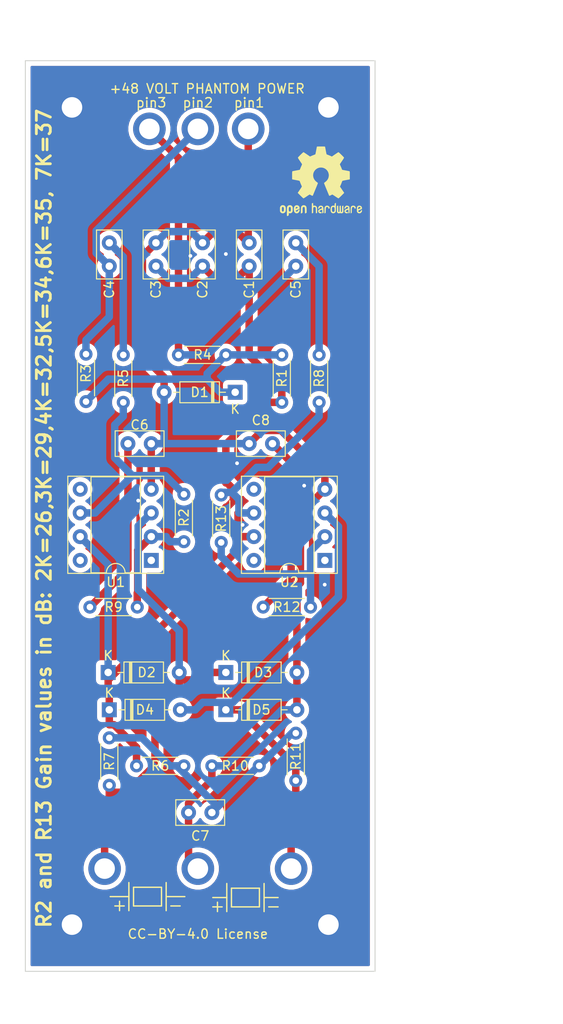
<source format=kicad_pcb>
(kicad_pcb (version 20171130) (host pcbnew 5.1.10)
  (layers (0 F.Cu signal) (31 B.Cu signal) (34 B.Paste user) (35 F.Paste user) (36 B.SilkS user) (37 F.SilkS user) (38 B.Mask user) (39 F.Mask user) (44 Edge.Cuts user))
  (net 0 "")
  (net 1 "Net-(C6-Pad2)")
  (net 2 "Net-(D1-Pad1)")
  (net 3 V-)
  (net 4 VCC)
  (net 5 "Net-(C4-Pad2)")
  (net 6 "Net-(R2-Pad2)")
  (net 7 "Net-(R2-Pad1)")
  (net 8 "Net-(U1-Pad1)")
  (net 9 "Net-(U1-Pad5)")
  (net 10 "Net-(U1-Pad8)")
  (net 11 "Net-(U2-Pad1)")
  (net 12 Earth)
  (net 13 ind)
  (net 14 "Net-(R13-Pad1)")
  (net 15 "Net-(R12-Pad2)")
  (net 16 "Net-(U2-Pad8)")
  (net 17 "Net-(U2-Pad5)")
  (net 18 /2)
  (net 19 /3)
  (net 20 "Net-(D2-Pad2)")
  (net 21 "Net-(C5-Pad2)")
  (net 22 "Net-(C7-Pad1)")
  (net 23 "Net-(C8-Pad2)")
  (module Symbol:OSHW-Logo2_9.8x8mm_SilkScreen (layer F.Cu) (at 69.2 45.4)
    (fp_text reference REF** hide)
    (fp_text value OSHW-Logo2_9.8x8mm_SilkScreen hide)
  )
  (module MountingHole:MountingHole_2.2mm_M2_ISO7380_Pad (layer F.Cu) (at 46 119)
    (fp_text reference J1 hide)
    (fp_text value Conn_01x01_Female)
    (pad 1 thru_hole circle (at 0 0) (size 3.5 3.5) (drill 2.2) (layers *.Cu *.Mask) (net 20 "Net-(D2-Pad2)"))
  )
  (module MountingHole:MountingHole_2.2mm_M2_ISO7380_Pad (layer F.Cu) (at 56 119)
    (fp_text reference J11 hide)
    (fp_text value Conn_01x01_Female)
    (pad 1 thru_hole circle (at 0 0) (size 3.5 3.5) (drill 2.2) (layers *.Cu *.Mask) (net 3 V-))
  )
  (module MountingHole:MountingHole_2.2mm_M2_ISO7380_Pad (layer F.Cu) (at 66 119)
    (fp_text reference J10 hide)
    (fp_text value Conn_01x01_Female)
    (pad 1 thru_hole circle (at 0 0) (size 3.5 3.5) (drill 2.2) (layers *.Cu *.Mask) (net 13 ind))
  )
  (module Package_DIP:DIP-8_W7.62mm_Socket (layer F.Cu) (at 69.62 86 180)
    (fp_text reference U2 (at 3.81 -2.33) (layer F.SilkS))
    (fp_text value NE5534)
    (pad 8 thru_hole oval (at 7.62 0 180) (size 1.6 1.6) (drill 0.8) (layers *.Cu *.Mask) (net 16 "Net-(U2-Pad8)"))
    (pad 4 thru_hole oval (at 0 7.62 180) (size 1.6 1.6) (drill 0.8) (layers *.Cu *.Mask) (net 3 V-))
    (pad 7 thru_hole oval (at 7.62 2.54 180) (size 1.6 1.6) (drill 0.8) (layers *.Cu *.Mask) (net 4 VCC))
    (pad 3 thru_hole oval (at 0 5.08 180) (size 1.6 1.6) (drill 0.8) (layers *.Cu *.Mask) (net 13 ind))
    (pad 6 thru_hole oval (at 7.62 5.08 180) (size 1.6 1.6) (drill 0.8) (layers *.Cu *.Mask) (net 14 "Net-(R13-Pad1)"))
    (pad 2 thru_hole oval (at 0 2.54 180) (size 1.6 1.6) (drill 0.8) (layers *.Cu *.Mask) (net 15 "Net-(R12-Pad2)"))
    (pad 5 thru_hole oval (at 7.62 7.62 180) (size 1.6 1.6) (drill 0.8) (layers *.Cu *.Mask) (net 17 "Net-(U2-Pad5)"))
    (pad 1 thru_hole rect (at 0 0 180) (size 1.6 1.6) (drill 0.8) (layers *.Cu *.Mask) (net 11 "Net-(U2-Pad1)"))
  )
  (module Capacitor_THT:C_Disc_D5.0mm_W2.5mm_P2.50mm (layer F.Cu) (at 61.5 54.5 90)
    (fp_text reference C1 (at -2.5 0 90) (layer F.SilkS))
    (fp_text value 0.1uF)
    (pad 2 thru_hole circle (at 2.5 0 90) (size 1.6 1.6) (drill 0.8) (layers *.Cu *.Mask) (net 3 V-))
    (pad 1 thru_hole circle (at 0 0 90) (size 1.6 1.6) (drill 0.8) (layers *.Cu *.Mask) (net 4 VCC))
  )
  (module Capacitor_THT:C_Disc_D5.0mm_W2.5mm_P2.50mm (layer F.Cu) (at 56.5 54.5 90)
    (fp_text reference C2 (at -2.5 0 90) (layer F.SilkS))
    (fp_text value 10uF)
    (pad 1 thru_hole circle (at 0 0 90) (size 1.6 1.6) (drill 0.8) (layers *.Cu *.Mask) (net 4 VCC))
    (pad 2 thru_hole circle (at 2.5 0 90) (size 1.6 1.6) (drill 0.8) (layers *.Cu *.Mask) (net 3 V-))
  )
  (module Capacitor_THT:C_Disc_D5.0mm_W2.5mm_P2.50mm (layer F.Cu) (at 51.5 54.5 90)
    (fp_text reference C3 (at -2.5 0 90) (layer F.SilkS))
    (fp_text value 33uF)
    (pad 2 thru_hole circle (at 2.5 0 90) (size 1.6 1.6) (drill 0.8) (layers *.Cu *.Mask) (net 3 V-))
    (pad 1 thru_hole circle (at 0 0 90) (size 1.6 1.6) (drill 0.8) (layers *.Cu *.Mask) (net 4 VCC))
  )
  (module Capacitor_THT:C_Disc_D5.0mm_W2.5mm_P2.50mm (layer F.Cu) (at 46.5 54.5 90)
    (fp_text reference C4 (at -2.5 0 90) (layer F.SilkS))
    (fp_text value 10uF)
    (pad 1 thru_hole circle (at 0 0 90) (size 1.6 1.6) (drill 0.8) (layers *.Cu *.Mask) (net 18 /2))
    (pad 2 thru_hole circle (at 2.5 0 90) (size 1.6 1.6) (drill 0.8) (layers *.Cu *.Mask) (net 5 "Net-(C4-Pad2)"))
  )
  (module Capacitor_THT:C_Disc_D5.0mm_W2.5mm_P2.50mm (layer F.Cu) (at 51 73.5 180)
    (fp_text reference C6 (at 1.25 2) (layer F.SilkS))
    (fp_text value 47uF)
    (pad 1 thru_hole circle (at 0 0 180) (size 1.6 1.6) (drill 0.8) (layers *.Cu *.Mask) (net 3 V-))
    (pad 2 thru_hole circle (at 2.5 0 180) (size 1.6 1.6) (drill 0.8) (layers *.Cu *.Mask) (net 1 "Net-(C6-Pad2)"))
  )
  (module Capacitor_THT:C_Disc_D5.0mm_W2.5mm_P2.50mm (layer F.Cu) (at 66.5 54.5 90)
    (fp_text reference C5 (at -2.5 0 90) (layer F.SilkS))
    (fp_text value 10uF)
    (pad 2 thru_hole circle (at 2.5 0 90) (size 1.6 1.6) (drill 0.8) (layers *.Cu *.Mask) (net 21 "Net-(C5-Pad2)"))
    (pad 1 thru_hole circle (at 0 0 90) (size 1.6 1.6) (drill 0.8) (layers *.Cu *.Mask) (net 19 /3))
  )
  (module Capacitor_THT:C_Disc_D5.0mm_W2.5mm_P2.50mm (layer F.Cu) (at 57.5 113 180)
    (fp_text reference C7 (at 1.25 -2.5) (layer F.SilkS))
    (fp_text value 10uF)
    (pad 1 thru_hole circle (at 0 0 180) (size 1.6 1.6) (drill 0.8) (layers *.Cu *.Mask) (net 22 "Net-(C7-Pad1)"))
    (pad 2 thru_hole circle (at 2.5 0 180) (size 1.6 1.6) (drill 0.8) (layers *.Cu *.Mask) (net 3 V-))
  )
  (module Diode_THT:D_DO-35_SOD27_P7.62mm_Horizontal (layer F.Cu) (at 60 68 180)
    (fp_text reference D1 (at 3.81 0) (layer F.SilkS))
    (fp_text value "1N4746A (18V)")
    (fp_text user K (at 0 -1.8) (layer F.SilkS))
    (pad 2 thru_hole oval (at 7.62 0 180) (size 1.6 1.6) (drill 0.8) (layers *.Cu *.Mask) (net 3 V-))
    (pad 1 thru_hole rect (at 0 0 180) (size 1.6 1.6) (drill 0.8) (layers *.Cu *.Mask) (net 2 "Net-(D1-Pad1)"))
  )
  (module Diode_THT:D_DO-35_SOD27_P7.62mm_Horizontal (layer F.Cu) (at 46.38 98)
    (fp_text reference D2 (at 4.12 0) (layer F.SilkS))
    (fp_text value 1N4148)
    (fp_text user K (at 0 -1.8) (layer F.SilkS))
    (pad 1 thru_hole rect (at 0 0) (size 1.6 1.6) (drill 0.8) (layers *.Cu *.Mask) (net 4 VCC))
    (pad 2 thru_hole oval (at 7.62 0) (size 1.6 1.6) (drill 0.8) (layers *.Cu *.Mask) (net 20 "Net-(D2-Pad2)"))
  )
  (module Diode_THT:D_DO-35_SOD27_P7.62mm_Horizontal (layer F.Cu) (at 59 98)
    (fp_text reference D3 (at 4 0) (layer F.SilkS))
    (fp_text value 1N4148)
    (fp_text user K (at 0 -1.8) (layer F.SilkS))
    (pad 1 thru_hole rect (at 0 0) (size 1.6 1.6) (drill 0.8) (layers *.Cu *.Mask) (net 20 "Net-(D2-Pad2)"))
    (pad 2 thru_hole oval (at 7.62 0) (size 1.6 1.6) (drill 0.8) (layers *.Cu *.Mask) (net 3 V-))
  )
  (module MountingHole:MountingHole_2.2mm_M2_ISO7380_Pad (layer F.Cu) (at 42.5 125)
    (fp_text reference J6 hide)
    (fp_text value Conn_01x01_Female)
    (pad 1 thru_hole circle (at 0 0) (size 3.5 3.5) (drill 2.2) (layers *.Cu *.Mask) (net 12 Earth))
  )
  (module MountingHole:MountingHole_2.2mm_M2_ISO7380_Pad (layer F.Cu) (at 70 37.5)
    (fp_text reference J7 hide)
    (fp_text value Conn_01x01_Female)
    (pad 1 thru_hole circle (at 0 0) (size 3.5 3.5) (drill 2.2) (layers *.Cu *.Mask) (net 12 Earth))
  )
  (module MountingHole:MountingHole_2.2mm_M2_ISO7380_Pad (layer F.Cu) (at 42.5 37.5)
    (fp_text reference J8 hide)
    (fp_text value Conn_01x01_Female)
    (pad 1 thru_hole circle (at 0 0) (size 3.5 3.5) (drill 2.2) (layers *.Cu *.Mask) (net 12 Earth))
  )
  (module MountingHole:MountingHole_2.2mm_M2_ISO7380_Pad (layer F.Cu) (at 70 125)
    (fp_text reference J9 hide)
    (fp_text value Conn_01x01_Female)
    (pad 1 thru_hole circle (at 0 0) (size 3.5 3.5) (drill 2.2) (layers *.Cu *.Mask) (net 12 Earth))
  )
  (module Resistor_THT:R_Axial_DIN0204_L3.6mm_D1.6mm_P5.08mm_Horizontal (layer F.Cu) (at 65 64 270)
    (fp_text reference R1 (at 2.5 0 90) (layer F.SilkS))
    (fp_text value 100)
    (pad 2 thru_hole oval (at 5.08 0 270) (size 1.4 1.4) (drill 0.7) (layers *.Cu *.Mask) (net 4 VCC))
    (pad 1 thru_hole circle (at 0 0 270) (size 1.4 1.4) (drill 0.7) (layers *.Cu *.Mask) (net 2 "Net-(D1-Pad1)"))
  )
  (module Resistor_THT:R_Axial_DIN0204_L3.6mm_D1.6mm_P5.08mm_Horizontal (layer F.Cu) (at 54.5 78.92 270)
    (fp_text reference R2 (at 2.5 0 90) (layer F.SilkS))
    (fp_text value 4K)
    (pad 2 thru_hole oval (at 5.08 0 270) (size 1.4 1.4) (drill 0.7) (layers *.Cu *.Mask) (net 6 "Net-(R2-Pad2)"))
    (pad 1 thru_hole circle (at 0 0 270) (size 1.4 1.4) (drill 0.7) (layers *.Cu *.Mask) (net 7 "Net-(R2-Pad1)"))
  )
  (module Resistor_THT:R_Axial_DIN0204_L3.6mm_D1.6mm_P5.08mm_Horizontal (layer F.Cu) (at 44 69 90)
    (fp_text reference R3 (at 3 0 90) (layer F.SilkS))
    (fp_text value 4.7K)
    (pad 1 thru_hole circle (at 0 0 90) (size 1.4 1.4) (drill 0.7) (layers *.Cu *.Mask) (net 2 "Net-(D1-Pad1)"))
    (pad 2 thru_hole oval (at 5.08 0 90) (size 1.4 1.4) (drill 0.7) (layers *.Cu *.Mask) (net 18 /2))
  )
  (module Resistor_THT:R_Axial_DIN0204_L3.6mm_D1.6mm_P5.08mm_Horizontal (layer F.Cu) (at 59 64 180)
    (fp_text reference R4 (at 2.5 0) (layer F.SilkS))
    (fp_text value 4.7K)
    (pad 2 thru_hole oval (at 5.08 0 180) (size 1.4 1.4) (drill 0.7) (layers *.Cu *.Mask) (net 19 /3))
    (pad 1 thru_hole circle (at 0 0 180) (size 1.4 1.4) (drill 0.7) (layers *.Cu *.Mask) (net 2 "Net-(D1-Pad1)"))
  )
  (module Resistor_THT:R_Axial_DIN0204_L3.6mm_D1.6mm_P5.08mm_Horizontal (layer F.Cu) (at 48 64 270)
    (fp_text reference R5 (at 2.5 0 90) (layer F.SilkS))
    (fp_text value 470)
    (pad 1 thru_hole circle (at 0 0 270) (size 1.4 1.4) (drill 0.7) (layers *.Cu *.Mask) (net 5 "Net-(C4-Pad2)"))
    (pad 2 thru_hole oval (at 5.08 0 270) (size 1.4 1.4) (drill 0.7) (layers *.Cu *.Mask) (net 7 "Net-(R2-Pad1)"))
  )
  (module Resistor_THT:R_Axial_DIN0204_L3.6mm_D1.6mm_P5.08mm_Horizontal (layer F.Cu) (at 49.42 108)
    (fp_text reference R6 (at 2.54 0) (layer F.SilkS))
    (fp_text value 56K)
    (pad 2 thru_hole oval (at 5.08 0) (size 1.4 1.4) (drill 0.7) (layers *.Cu *.Mask) (net 22 "Net-(C7-Pad1)"))
    (pad 1 thru_hole circle (at 0 0) (size 1.4 1.4) (drill 0.7) (layers *.Cu *.Mask) (net 4 VCC))
  )
  (module Resistor_THT:R_Axial_DIN0204_L3.6mm_D1.6mm_P5.08mm_Horizontal (layer F.Cu) (at 46.5 105 270)
    (fp_text reference R7 (at 2.54 0 90) (layer F.SilkS))
    (fp_text value 1M)
    (pad 2 thru_hole oval (at 5.08 0 270) (size 1.4 1.4) (drill 0.7) (layers *.Cu *.Mask) (net 20 "Net-(D2-Pad2)"))
    (pad 1 thru_hole circle (at 0 0 270) (size 1.4 1.4) (drill 0.7) (layers *.Cu *.Mask) (net 22 "Net-(C7-Pad1)"))
  )
  (module Resistor_THT:R_Axial_DIN0204_L3.6mm_D1.6mm_P5.08mm_Horizontal (layer F.Cu) (at 69 64 270)
    (fp_text reference R8 (at 2.5 0 90) (layer F.SilkS))
    (fp_text value 470)
    (pad 1 thru_hole circle (at 0 0 270) (size 1.4 1.4) (drill 0.7) (layers *.Cu *.Mask) (net 21 "Net-(C5-Pad2)"))
    (pad 2 thru_hole oval (at 5.08 0 270) (size 1.4 1.4) (drill 0.7) (layers *.Cu *.Mask) (net 14 "Net-(R13-Pad1)"))
  )
  (module Resistor_THT:R_Axial_DIN0204_L3.6mm_D1.6mm_P5.08mm_Horizontal (layer F.Cu) (at 44.42 91)
    (fp_text reference R9 (at 2.54 0) (layer F.SilkS))
    (fp_text value 100)
    (pad 1 thru_hole circle (at 0 0) (size 1.4 1.4) (drill 0.7) (layers *.Cu *.Mask) (net 1 "Net-(C6-Pad2)"))
    (pad 2 thru_hole oval (at 5.08 0) (size 1.4 1.4) (drill 0.7) (layers *.Cu *.Mask) (net 6 "Net-(R2-Pad2)"))
  )
  (module Resistor_THT:R_Axial_DIN0204_L3.6mm_D1.6mm_P5.08mm_Horizontal (layer F.Cu) (at 62.58 108 180)
    (fp_text reference R10 (at 2.58 0) (layer F.SilkS))
    (fp_text value 56K)
    (pad 1 thru_hole circle (at 0 0 180) (size 1.4 1.4) (drill 0.7) (layers *.Cu *.Mask) (net 22 "Net-(C7-Pad1)"))
    (pad 2 thru_hole oval (at 5.08 0 180) (size 1.4 1.4) (drill 0.7) (layers *.Cu *.Mask) (net 3 V-))
  )
  (module Package_DIP:DIP-8_W7.62mm_Socket (layer F.Cu) (at 51 86 180)
    (fp_text reference U1 (at 3.81 -2.33) (layer F.SilkS))
    (fp_text value NE5534)
    (pad 1 thru_hole rect (at 0 0 180) (size 1.6 1.6) (drill 0.8) (layers *.Cu *.Mask) (net 8 "Net-(U1-Pad1)"))
    (pad 5 thru_hole oval (at 7.62 7.62 180) (size 1.6 1.6) (drill 0.8) (layers *.Cu *.Mask) (net 9 "Net-(U1-Pad5)"))
    (pad 2 thru_hole oval (at 0 2.54 180) (size 1.6 1.6) (drill 0.8) (layers *.Cu *.Mask) (net 6 "Net-(R2-Pad2)"))
    (pad 6 thru_hole oval (at 7.62 5.08 180) (size 1.6 1.6) (drill 0.8) (layers *.Cu *.Mask) (net 7 "Net-(R2-Pad1)"))
    (pad 3 thru_hole oval (at 0 5.08 180) (size 1.6 1.6) (drill 0.8) (layers *.Cu *.Mask) (net 20 "Net-(D2-Pad2)"))
    (pad 7 thru_hole oval (at 7.62 2.54 180) (size 1.6 1.6) (drill 0.8) (layers *.Cu *.Mask) (net 4 VCC))
    (pad 4 thru_hole oval (at 0 7.62 180) (size 1.6 1.6) (drill 0.8) (layers *.Cu *.Mask) (net 3 V-))
    (pad 8 thru_hole oval (at 7.62 0 180) (size 1.6 1.6) (drill 0.8) (layers *.Cu *.Mask) (net 10 "Net-(U1-Pad8)"))
  )
  (module Capacitor_THT:C_Disc_D5.0mm_W2.5mm_P2.50mm (layer F.Cu) (at 61.5 73.5)
    (fp_text reference C8 (at 1.25 -2.5) (layer F.SilkS))
    (fp_text value 47uF)
    (pad 1 thru_hole circle (at 0 0) (size 1.6 1.6) (drill 0.8) (layers *.Cu *.Mask) (net 3 V-))
    (pad 2 thru_hole circle (at 2.5 0) (size 1.6 1.6) (drill 0.8) (layers *.Cu *.Mask) (net 23 "Net-(C8-Pad2)"))
  )
  (module Diode_THT:D_DO-35_SOD27_P7.62mm_Horizontal (layer F.Cu) (at 46.5 102)
    (fp_text reference D4 (at 3.81 0) (layer F.SilkS))
    (fp_text value 1N4148)
    (fp_text user K (at 0 -1.8) (layer F.SilkS))
    (pad 2 thru_hole oval (at 7.62 0) (size 1.6 1.6) (drill 0.8) (layers *.Cu *.Mask) (net 13 ind))
    (pad 1 thru_hole rect (at 0 0) (size 1.6 1.6) (drill 0.8) (layers *.Cu *.Mask) (net 4 VCC))
  )
  (module Diode_THT:D_DO-35_SOD27_P7.62mm_Horizontal (layer F.Cu) (at 59 102)
    (fp_text reference D5 (at 3.81 0) (layer F.SilkS))
    (fp_text value 1N4148)
    (fp_text user K (at 0 -1.8) (layer F.SilkS))
    (pad 1 thru_hole rect (at 0 0) (size 1.6 1.6) (drill 0.8) (layers *.Cu *.Mask) (net 13 ind))
    (pad 2 thru_hole oval (at 7.62 0) (size 1.6 1.6) (drill 0.8) (layers *.Cu *.Mask) (net 3 V-))
  )
  (module Resistor_THT:R_Axial_DIN0204_L3.6mm_D1.6mm_P5.08mm_Horizontal (layer F.Cu) (at 66.5 104.5 270)
    (fp_text reference R11 (at 2.5 0 90) (layer F.SilkS))
    (fp_text value 1M)
    (pad 1 thru_hole circle (at 0 0 270) (size 1.4 1.4) (drill 0.7) (layers *.Cu *.Mask) (net 22 "Net-(C7-Pad1)"))
    (pad 2 thru_hole oval (at 5.08 0 270) (size 1.4 1.4) (drill 0.7) (layers *.Cu *.Mask) (net 13 ind))
  )
  (module Resistor_THT:R_Axial_DIN0204_L3.6mm_D1.6mm_P5.08mm_Horizontal (layer F.Cu) (at 63 91)
    (fp_text reference R12 (at 2.54 0) (layer F.SilkS))
    (fp_text value 100)
    (pad 1 thru_hole circle (at 0 0) (size 1.4 1.4) (drill 0.7) (layers *.Cu *.Mask) (net 23 "Net-(C8-Pad2)"))
    (pad 2 thru_hole oval (at 5.08 0) (size 1.4 1.4) (drill 0.7) (layers *.Cu *.Mask) (net 15 "Net-(R12-Pad2)"))
  )
  (module Resistor_THT:R_Axial_DIN0204_L3.6mm_D1.6mm_P5.08mm_Horizontal (layer F.Cu) (at 58.5 79 270)
    (fp_text reference R13 (at 2.54 0 90) (layer F.SilkS))
    (fp_text value 4K)
    (pad 2 thru_hole oval (at 5.08 0 270) (size 1.4 1.4) (drill 0.7) (layers *.Cu *.Mask) (net 15 "Net-(R12-Pad2)"))
    (pad 1 thru_hole circle (at 0 0 270) (size 1.4 1.4) (drill 0.7) (layers *.Cu *.Mask) (net 14 "Net-(R13-Pad1)"))
  )
  (module MountingHole:MountingHole_2.2mm_M2_ISO7380_Pad (layer F.Cu) (at 56 39.8)
    (fp_text reference J2 hide)
    (fp_text value Conn_01x01_Female)
    (pad 1 thru_hole circle (at 0 0) (size 3.5 3.5) (drill 2.2) (layers *.Cu *.Mask) (net 18 /2))
  )
  (module MountingHole:MountingHole_2.2mm_M2_ISO7380_Pad (layer F.Cu) (at 50.8 39.8)
    (fp_text reference J3 hide)
    (fp_text value Conn_01x01_Female)
    (pad 1 thru_hole circle (at 0 0) (size 3.5 3.5) (drill 2.2) (layers *.Cu *.Mask) (net 19 /3))
  )
  (module MountingHole:MountingHole_2.2mm_M2_ISO7380_Pad (layer F.Cu) (at 61.4 39.8)
    (fp_text reference J4 hide)
    (fp_text value Conn_01x01_Female)
    (pad 1 thru_hole circle (at 0 0) (size 3.5 3.5) (drill 2.2) (layers *.Cu *.Mask) (net 3 V-))
  )
  (gr_line (start 63.6 123.1) (end 64.6 123.1) (layer F.SilkS) (width 0.15))
  (gr_line (start 53.1 123) (end 54.1 123) (layer F.SilkS) (width 0.15))
  (gr_text pin1 (at 61.5 37) (layer F.SilkS) (effects (font (size 1 1))))
  (gr_text pin2 (at 56 37) (layer F.SilkS) (effects (font (size 1 1))))
  (gr_text pin3 (at 51 37) (layer F.SilkS) (effects (font (size 1 1))))
  (gr_line (start 63.1 122.1) (end 64.6 122.1) (layer F.SilkS) (width 0.15))
  (gr_line (start 59.1 122.1) (end 57.6 122.1) (layer F.SilkS) (width 0.15))
  (gr_line (start 52.6 122) (end 54.6 122) (layer F.SilkS) (width 0.15))
  (gr_line (start 48.6 122) (end 46.6 122) (layer F.SilkS) (width 0.15))
  (gr_line (start 57.6 123.1) (end 58.6 123.1) (layer F.SilkS) (width 0.15))
  (gr_line (start 63.1 120.6) (end 63.1 123.6) (layer F.SilkS) (width 0.15))
  (gr_line (start 59.6 123.1) (end 59.6 121.1) (layer F.SilkS) (width 0.15))
  (gr_line (start 62.6 121.1) (end 62.6 123.1) (layer F.SilkS) (width 0.15))
  (gr_line (start 59.6 121.1) (end 62.6 121.1) (layer F.SilkS) (width 0.15))
  (gr_line (start 58.1 122.6) (end 58.1 123.6) (layer F.SilkS) (width 0.15))
  (gr_line (start 59.1 120.6) (end 59.1 123.6) (layer F.SilkS) (width 0.15))
  (gr_line (start 59.6 123.1) (end 62.6 123.1) (layer F.SilkS) (width 0.15))
  (gr_line (start 47.6 122.5) (end 47.6 123.5) (layer F.SilkS) (width 0.15))
  (gr_line (start 47.1 123) (end 48.1 123) (layer F.SilkS) (width 0.15))
  (gr_line (start 52.6 120.5) (end 52.6 123.5) (layer F.SilkS) (width 0.15))
  (gr_line (start 49.1 123) (end 52.1 123) (layer F.SilkS) (width 0.15))
  (gr_line (start 52.1 121) (end 52.1 123) (layer F.SilkS) (width 0.15))
  (gr_line (start 49.1 121) (end 52.1 121) (layer F.SilkS) (width 0.15))
  (gr_line (start 49.1 123) (end 49.1 121) (layer F.SilkS) (width 0.15))
  (gr_line (start 48.6 120.5) (end 48.6 123.5) (layer F.SilkS) (width 0.15))
  (gr_line (start 37.5 130) (end 37.5 32.5) (layer Edge.Cuts) (width 0.1))
  (gr_line (start 75 130) (end 37.5 130) (layer Edge.Cuts) (width 0.1))
  (gr_line (start 75 32.5) (end 75 130) (layer Edge.Cuts) (width 0.1))
  (gr_line (start 37.5 32.5) (end 75 32.5) (layer Edge.Cuts) (width 0.1))
  (gr_text " CC-BY-4.0 License " (at 56 126) (layer F.SilkS) (effects (font (size 1 1))))
  (gr_text "R2 and R13 Gain values in dB: 2K=26,3K=29,4K=32,5K=34,6K=35, 7K=37" (at 39.5 81.5 90) (layer F.SilkS) (effects (font (size 1.5 1.5) (thickness 0.3))))
  (gr_text "+48 VOLT PHANTOM POWER" (at 57 35.5) (layer F.SilkS) (effects (font (size 1 1))))
  (segment (start 44.42 91) (end 48.5 86.92) (width 0.8) (layer F.Cu) (net 1))
  (segment (start 48.5 86.92) (end 48.5 73.5) (width 0.8) (layer F.Cu) (net 1))
  (segment (start 69 64) (end 69 54.5) (width 0.8) (layer B.Cu) (net 21))
  (segment (start 69 54.5) (end 66.5 52) (width 0.8) (layer B.Cu) (net 21))
  (segment (start 56.9919 66.5919) (end 58.4 68) (width 0.8) (layer B.Cu) (net 2))
  (segment (start 44 69) (end 46.4081 66.5919) (width 0.8) (layer B.Cu) (net 2))
  (segment (start 46.4081 66.5919) (end 56.9919 66.5919) (width 0.8) (layer B.Cu) (net 2))
  (segment (start 56.9919 66.5919) (end 56.9919 66.0081) (width 0.8) (layer B.Cu) (net 2))
  (segment (start 56.9919 66.0081) (end 59 64) (width 0.8) (layer B.Cu) (net 2))
  (segment (start 60 68) (end 58.4 68) (width 0.8) (layer B.Cu) (net 2))
  (segment (start 65 64) (end 59 64) (width 0.8) (layer B.Cu) (net 2))
  (segment (start 69.62 78.38) (end 69.62 76.78) (width 0.8) (layer F.Cu) (net 3))
  (segment (start 61.5 73.5) (end 62.9104 72.0896) (width 0.8) (layer F.Cu) (net 3))
  (segment (start 62.9104 72.0896) (end 64.9296 72.0896) (width 0.8) (layer F.Cu) (net 3))
  (segment (start 64.9296 72.0896) (end 69.62 76.78) (width 0.8) (layer F.Cu) (net 3))
  (segment (start 52.38 73.5) (end 61.5 73.5) (width 0.8) (layer B.Cu) (net 3))
  (segment (start 51 73.5) (end 52.38 73.5) (width 0.8) (layer B.Cu) (net 3))
  (segment (start 52.38 73.5) (end 52.38 69.6) (width 0.8) (layer B.Cu) (net 3))
  (segment (start 52.38 68) (end 52.38 69.6) (width 0.8) (layer B.Cu) (net 3))
  (segment (start 66.62 102) (end 66.62 98) (width 0.8) (layer F.Cu) (net 3))
  (segment (start 55 113) (end 55 118) (width 0.8) (layer F.Cu) (net 3))
  (segment (start 55 118) (end 56 119) (width 0.8) (layer F.Cu) (net 3))
  (segment (start 57.5 109.5) (end 55 112) (width 0.8) (layer F.Cu) (net 3))
  (segment (start 55 112) (end 55 113) (width 0.8) (layer F.Cu) (net 3))
  (segment (start 66.62 102) (end 65.02 102) (width 0.8) (layer B.Cu) (net 3))
  (segment (start 65.02 102) (end 59.02 108) (width 0.8) (layer B.Cu) (net 3))
  (segment (start 59.02 108) (end 57.5 108) (width 0.8) (layer B.Cu) (net 3))
  (segment (start 52.38 68) (end 52.38 66.4) (width 0.8) (layer F.Cu) (net 3))
  (segment (start 52.38 66.4) (end 50.0502 64.0702) (width 0.8) (layer F.Cu) (net 3))
  (segment (start 50.0502 64.0702) (end 50.0502 53.4498) (width 0.8) (layer F.Cu) (net 3))
  (segment (start 50.0502 53.4498) (end 51.5 52) (width 0.8) (layer F.Cu) (net 3))
  (segment (start 57.5 108) (end 57.5 109.5) (width 0.8) (layer F.Cu) (net 3))
  (segment (start 61.4 52) (end 61.5 52) (width 0.8) (layer F.Cu) (net 3))
  (segment (start 61.4 52) (end 61.4 39.8) (width 0.8) (layer F.Cu) (net 3))
  (segment (start 51 78.38) (end 51 73.5) (width 0.8) (layer F.Cu) (net 3))
  (segment (start 52.7 50.8) (end 51.5 52) (width 0.8) (layer B.Cu) (net 3))
  (segment (start 55.3 50.8) (end 52.7 50.8) (width 0.8) (layer B.Cu) (net 3))
  (segment (start 56.5 52) (end 55.3 50.8) (width 0.8) (layer B.Cu) (net 3))
  (segment (start 60.2 50.8) (end 61.4 52) (width 0.8) (layer F.Cu) (net 3))
  (segment (start 57.7 50.8) (end 60.2 50.8) (width 0.8) (layer F.Cu) (net 3))
  (segment (start 56.5 52) (end 57.7 50.8) (width 0.8) (layer F.Cu) (net 3))
  (segment (start 66.62 88.794229) (end 67.000011 88.414218) (width 0.8) (layer F.Cu) (net 3))
  (segment (start 66.62 98) (end 66.62 88.794229) (width 0.8) (layer F.Cu) (net 3))
  (segment (start 67.000011 80.999989) (end 69.62 78.38) (width 0.8) (layer F.Cu) (net 3))
  (segment (start 67.000011 88.414218) (end 67.000011 80.999989) (width 0.8) (layer F.Cu) (net 3))
  (segment (start 65 69.08) (end 65 68.33) (width 0.8) (layer F.Cu) (net 4))
  (segment (start 62 83.46) (end 60.4 83.46) (width 0.8) (layer F.Cu) (net 4))
  (segment (start 46.38 98.8) (end 60.4 84.78) (width 0.8) (layer F.Cu) (net 4))
  (segment (start 60.4 84.78) (end 60.4 83.46) (width 0.8) (layer F.Cu) (net 4))
  (segment (start 46.38 98.8) (end 46.38 99.6) (width 0.8) (layer F.Cu) (net 4))
  (segment (start 46.38 98) (end 46.38 98.8) (width 0.8) (layer F.Cu) (net 4))
  (segment (start 46.38 99.6) (end 46.5 99.72) (width 0.8) (layer F.Cu) (net 4))
  (segment (start 46.5 99.72) (end 46.5 102) (width 0.8) (layer F.Cu) (net 4))
  (segment (start 65 68.33) (end 65 67.58) (width 0.8) (layer F.Cu) (net 4))
  (segment (start 46.5 102) (end 46.5 103.6) (width 0.8) (layer F.Cu) (net 4))
  (segment (start 46.5 103.6) (end 47 103.6) (width 0.8) (layer F.Cu) (net 4))
  (segment (start 47 103.6) (end 49.42 106.02) (width 0.8) (layer F.Cu) (net 4))
  (segment (start 49.42 106.02) (end 49.42 108) (width 0.8) (layer F.Cu) (net 4))
  (segment (start 43.38 83.46) (end 46.38 86.46) (width 0.8) (layer B.Cu) (net 4))
  (segment (start 46.38 86.46) (end 46.38 98) (width 0.8) (layer B.Cu) (net 4))
  (segment (start 65 67.58) (end 61.5 64.08) (width 0.8) (layer F.Cu) (net 4))
  (segment (start 61.5 64.08) (end 61.5 54.5) (width 0.8) (layer F.Cu) (net 4))
  (segment (start 55.2 55.8) (end 52.8 55.8) (width 0.8) (layer B.Cu) (net 4))
  (segment (start 52.8 55.8) (end 51.5 54.5) (width 0.8) (layer B.Cu) (net 4))
  (segment (start 56.5 54.5) (end 55.2 55.8) (width 0.8) (layer B.Cu) (net 4))
  (segment (start 60.4 55.6) (end 61.5 54.5) (width 0.8) (layer F.Cu) (net 4))
  (segment (start 57.6 55.6) (end 60.4 55.6) (width 0.8) (layer F.Cu) (net 4))
  (segment (start 56.5 54.5) (end 57.6 55.6) (width 0.8) (layer F.Cu) (net 4))
  (segment (start 59 82.06) (end 60.4 83.46) (width 0.8) (layer F.Cu) (net 4))
  (segment (start 59 80.300001) (end 59 82.06) (width 0.8) (layer F.Cu) (net 4))
  (segment (start 59.124001 80.300001) (end 59 80.300001) (width 0.8) (layer F.Cu) (net 4))
  (segment (start 59.800001 79.624001) (end 59.124001 80.300001) (width 0.8) (layer F.Cu) (net 4))
  (segment (start 59.124001 77.699999) (end 59.800001 78.375999) (width 0.8) (layer F.Cu) (net 4))
  (segment (start 59.800001 78.375999) (end 59.800001 79.624001) (width 0.8) (layer F.Cu) (net 4))
  (segment (start 59 77.699999) (end 59.124001 77.699999) (width 0.8) (layer F.Cu) (net 4))
  (segment (start 59 73.58) (end 59 77.699999) (width 0.8) (layer F.Cu) (net 4))
  (segment (start 63.5 69.08) (end 59 73.58) (width 0.8) (layer F.Cu) (net 4))
  (segment (start 65 69.08) (end 63.5 69.08) (width 0.8) (layer F.Cu) (net 4))
  (segment (start 48 64) (end 48 53.5) (width 0.8) (layer B.Cu) (net 5))
  (segment (start 48 53.5) (end 46.5 52) (width 0.8) (layer B.Cu) (net 5))
  (segment (start 58.125 112.375) (end 57.5 113) (width 0.8) (layer B.Cu) (net 22))
  (segment (start 62.58 108) (end 62.5 108) (width 0.8) (layer B.Cu) (net 22))
  (segment (start 62.5 108) (end 58.125 112.375) (width 0.8) (layer B.Cu) (net 22))
  (segment (start 53.75 108) (end 58.125 112.375) (width 0.8) (layer B.Cu) (net 22))
  (segment (start 53.75 108) (end 53 108) (width 0.8) (layer B.Cu) (net 22))
  (segment (start 54.5 108) (end 53.75 108) (width 0.8) (layer B.Cu) (net 22))
  (segment (start 66.5 104.5) (end 66.08 104.5) (width 0.8) (layer B.Cu) (net 22))
  (segment (start 66.08 104.5) (end 62.58 108) (width 0.8) (layer B.Cu) (net 22))
  (segment (start 46.5 105) (end 50 105) (width 0.8) (layer B.Cu) (net 22))
  (segment (start 50 105) (end 53 108) (width 0.8) (layer B.Cu) (net 22))
  (segment (start 49.5 91) (end 49.5 89.5) (width 0.8) (layer F.Cu) (net 6))
  (segment (start 51 83.46) (end 49.55 84.91) (width 0.8) (layer F.Cu) (net 6))
  (segment (start 49.55 84.91) (end 49.55 89.45) (width 0.8) (layer F.Cu) (net 6))
  (segment (start 49.55 89.45) (end 49.5 89.5) (width 0.8) (layer F.Cu) (net 6))
  (segment (start 51 83.46) (end 52.6 83.46) (width 0.8) (layer B.Cu) (net 6))
  (segment (start 54.5 84) (end 53 84) (width 0.8) (layer B.Cu) (net 6))
  (segment (start 52.6 83.46) (end 52.6 83.6) (width 0.8) (layer B.Cu) (net 6))
  (segment (start 52.6 83.6) (end 53 84) (width 0.8) (layer B.Cu) (net 6))
  (segment (start 48 69.08) (end 48 70.58) (width 0.8) (layer B.Cu) (net 7))
  (segment (start 48.9758 76.9242) (end 52.5042 76.9242) (width 0.8) (layer B.Cu) (net 7))
  (segment (start 52.5042 76.9242) (end 54.5 78.92) (width 0.8) (layer B.Cu) (net 7))
  (segment (start 44.98 80.92) (end 48.9758 76.9242) (width 0.8) (layer B.Cu) (net 7))
  (segment (start 48 70.58) (end 47.083 71.497) (width 0.8) (layer B.Cu) (net 7))
  (segment (start 47.083 71.497) (end 47.083 75.0314) (width 0.8) (layer B.Cu) (net 7))
  (segment (start 47.083 75.0314) (end 48.9758 76.9242) (width 0.8) (layer B.Cu) (net 7))
  (segment (start 43.38 80.92) (end 44.98 80.92) (width 0.8) (layer B.Cu) (net 7))
  (segment (start 70 37.5) (end 69.9476 37.4476) (width 0.8) (layer B.Cu) (net 12))
  (segment (start 42.5524 37.4476) (end 42.5 37.5) (width 0.8) (layer B.Cu) (net 12))
  (segment (start 70 125) (end 71.0212 123.9788) (width 0.8) (layer F.Cu) (net 12))
  (segment (start 71.0212 38.5212) (end 70 37.5) (width 0.8) (layer F.Cu) (net 12))
  (via (at 59 53.2) (size 0.8) (drill 0.4) (layers F.Cu B.Cu) (net 12))
  (via (at 69.6 88.6) (size 0.8) (drill 0.4) (layers F.Cu B.Cu) (net 12))
  (via (at 55.2 53.4) (size 0.8) (drill 0.4) (layers F.Cu B.Cu) (net 12))
  (via (at 60.2 75.6) (size 0.8) (drill 0.4) (layers F.Cu B.Cu) (net 12))
  (via (at 49.6 79.6) (size 0.8) (drill 0.4) (layers F.Cu B.Cu) (net 12))
  (via (at 67.4 78) (size 0.8) (drill 0.4) (layers F.Cu B.Cu) (net 12))
  (via (at 60.8 82.2) (size 0.8) (drill 0.4) (layers F.Cu B.Cu) (net 12))
  (segment (start 59 101.2) (end 59.7537 101.2) (width 0.8) (layer B.Cu) (net 13))
  (segment (start 59.7537 101.2) (end 71.0754 89.8783) (width 0.8) (layer B.Cu) (net 13))
  (segment (start 71.0754 89.8783) (end 71.0754 82.3754) (width 0.8) (layer B.Cu) (net 13))
  (segment (start 71.0754 82.3754) (end 69.62 80.92) (width 0.8) (layer B.Cu) (net 13))
  (segment (start 55.72 102) (end 56.52 101.2) (width 0.8) (layer B.Cu) (net 13))
  (segment (start 56.52 101.2) (end 59 101.2) (width 0.8) (layer B.Cu) (net 13))
  (segment (start 54.12 102) (end 55.72 102) (width 0.8) (layer B.Cu) (net 13))
  (segment (start 59 102) (end 59 101.2) (width 0.8) (layer B.Cu) (net 13))
  (segment (start 59 102) (end 60.6 102) (width 0.8) (layer F.Cu) (net 13))
  (segment (start 66.5 109.58) (end 66.5 108.08) (width 0.8) (layer F.Cu) (net 13))
  (segment (start 66.5 108.08) (end 60.6 102.18) (width 0.8) (layer F.Cu) (net 13))
  (segment (start 60.6 102.18) (end 60.6 102) (width 0.8) (layer F.Cu) (net 13))
  (segment (start 66.5 110.1842) (end 66.5 109.58) (width 0.8) (layer F.Cu) (net 13))
  (segment (start 66.5 110.1842) (end 66.5 111.08) (width 0.8) (layer F.Cu) (net 13))
  (segment (start 66.5 111.08) (end 66 111.58) (width 0.8) (layer F.Cu) (net 13))
  (segment (start 66 111.58) (end 66 119) (width 0.8) (layer F.Cu) (net 13))
  (segment (start 66 75.5) (end 64 73.5) (width 0.8) (layer F.Cu) (net 23))
  (segment (start 66 88) (end 66 75.5) (width 0.8) (layer F.Cu) (net 23))
  (segment (start 63 91) (end 66 88) (width 0.8) (layer F.Cu) (net 23))
  (segment (start 59.6424 78.7188) (end 60.4 79.4764) (width 0.8) (layer B.Cu) (net 14))
  (segment (start 60.4 79.4764) (end 60.4 80.92) (width 0.8) (layer B.Cu) (net 14))
  (segment (start 58.5 79) (end 58.7812 78.7188) (width 0.8) (layer B.Cu) (net 14))
  (segment (start 58.7812 78.7188) (end 59.6424 78.7188) (width 0.8) (layer B.Cu) (net 14))
  (segment (start 59.6424 78.7188) (end 62.316 76.0452) (width 0.8) (layer B.Cu) (net 14))
  (segment (start 62.316 76.0452) (end 63.5348 76.0452) (width 0.8) (layer B.Cu) (net 14))
  (segment (start 63.5348 76.0452) (end 69 70.58) (width 0.8) (layer B.Cu) (net 14))
  (segment (start 62 80.92) (end 60.4 80.92) (width 0.8) (layer B.Cu) (net 14))
  (segment (start 69 69.08) (end 69 70.58) (width 0.8) (layer B.Cu) (net 14))
  (segment (start 68.08 87.4558) (end 68.08 85) (width 0.8) (layer B.Cu) (net 15))
  (segment (start 68.08 85) (end 69.62 83.46) (width 0.8) (layer B.Cu) (net 15))
  (segment (start 68.08 91) (end 68.08 87.4558) (width 0.8) (layer B.Cu) (net 15))
  (segment (start 68.08 87.4558) (end 60.3758 87.4558) (width 0.8) (layer B.Cu) (net 15))
  (segment (start 60.3758 87.4558) (end 58.5 85.58) (width 0.8) (layer B.Cu) (net 15))
  (segment (start 58.5 84.08) (end 58.5 85.58) (width 0.8) (layer B.Cu) (net 15))
  (segment (start 46.5 54.5) (end 45.0954 53.0954) (width 0.8) (layer B.Cu) (net 18))
  (segment (start 45.0954 53.0954) (end 45.0954 50.7046) (width 0.8) (layer B.Cu) (net 18))
  (segment (start 45.0954 50.7046) (end 56 39.8) (width 0.8) (layer B.Cu) (net 18))
  (segment (start 46.5 54.5) (end 46.5 59.92) (width 0.8) (layer B.Cu) (net 18))
  (segment (start 46.5 59.92) (end 44 62.42) (width 0.8) (layer B.Cu) (net 18))
  (segment (start 44 63.92) (end 44 62.42) (width 0.8) (layer B.Cu) (net 18))
  (segment (start 53.92 64) (end 53.92 42.92) (width 0.8) (layer F.Cu) (net 19))
  (segment (start 53.92 42.92) (end 50.8 39.8) (width 0.8) (layer F.Cu) (net 19))
  (segment (start 53.92 64) (end 57 64) (width 0.8) (layer B.Cu) (net 19))
  (segment (start 57 64) (end 66.5 54.5) (width 0.8) (layer B.Cu) (net 19))
  (segment (start 59 98) (end 57.4 98) (width 0.8) (layer F.Cu) (net 20))
  (segment (start 54 98.8) (end 56.6 98.8) (width 0.8) (layer F.Cu) (net 20))
  (segment (start 56.6 98.8) (end 57.4 98) (width 0.8) (layer F.Cu) (net 20))
  (segment (start 54 98.8) (end 54 99.6) (width 0.8) (layer F.Cu) (net 20))
  (segment (start 54 98) (end 54 98.8) (width 0.8) (layer F.Cu) (net 20))
  (segment (start 46.5 110.83) (end 48.4666 110.83) (width 0.8) (layer F.Cu) (net 20))
  (segment (start 48.4666 110.83) (end 51.4004 107.8962) (width 0.8) (layer F.Cu) (net 20))
  (segment (start 51.4004 107.8962) (end 51.4004 102.1996) (width 0.8) (layer F.Cu) (net 20))
  (segment (start 51.4004 102.1996) (end 54 99.6) (width 0.8) (layer F.Cu) (net 20))
  (segment (start 46.5 110.83) (end 46.5 111.58) (width 0.8) (layer F.Cu) (net 20))
  (segment (start 46.5 110.08) (end 46.5 110.83) (width 0.8) (layer F.Cu) (net 20))
  (segment (start 51 80.92) (end 49.5996 82.3204) (width 0.8) (layer B.Cu) (net 20))
  (segment (start 49.5996 82.3204) (end 49.5996 89.1305) (width 0.8) (layer B.Cu) (net 20))
  (segment (start 49.5996 89.1305) (end 54 93.5309) (width 0.8) (layer B.Cu) (net 20))
  (segment (start 54 93.5309) (end 54 98) (width 0.8) (layer B.Cu) (net 20))
  (segment (start 46.5 111.58) (end 46 112.08) (width 0.8) (layer F.Cu) (net 20))
  (segment (start 46 112.08) (end 46 119) (width 0.8) (layer F.Cu) (net 20))
  (zone (net 12) (net_name Earth) (layer F.Cu) (connect_pads yes (clearance 0.508)) (min_thickness 0.254) (fill yes (arc_segments 32) (thermal_gap 0.508) (thermal_bridge_width 0.508))
    (polygon (pts (xy 75 130) (xy 37.4 130) (xy 37.4 32.4) (xy 75 32.4)))
  )
  (zone (net 12) (net_name Earth) (layer B.Cu) (connect_pads yes (clearance 0.508)) (min_thickness 0.254) (fill yes (arc_segments 32) (thermal_gap 0.508) (thermal_bridge_width 0.508))
    (polygon (pts (xy 75 130) (xy 37.4 130) (xy 37.4 32.4) (xy 75 32.4)))
  )
)
</source>
